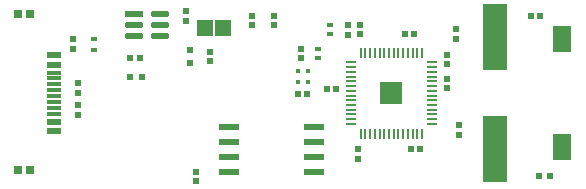
<source format=gbr>
%TF.GenerationSoftware,Altium Limited,Altium Designer,23.10.1 (27)*%
G04 Layer_Color=8421504*
%FSLAX45Y45*%
%MOMM*%
%TF.SameCoordinates,D187A3F4-093A-4DDC-863C-0592D449728B*%
%TF.FilePolarity,Positive*%
%TF.FileFunction,Paste,Top*%
%TF.Part,Single*%
G01*
G75*
%TA.AperFunction,SMDPad,CuDef*%
%ADD10R,0.47500X0.50000*%
%TA.AperFunction,ConnectorPad*%
%ADD11R,1.15000X0.30000*%
%ADD12R,1.15000X0.60000*%
%TA.AperFunction,SMDPad,CuDef*%
%ADD13R,0.60000X0.55000*%
%TA.AperFunction,ConnectorPad*%
%ADD14R,0.54000X0.58000*%
%TA.AperFunction,SMDPad,CuDef*%
%ADD15R,1.35443X1.45620*%
%TA.AperFunction,ConnectorPad*%
%ADD16R,0.47247X0.51535*%
%TA.AperFunction,SMDPad,CuDef*%
%ADD17R,0.47247X0.46818*%
%ADD18R,0.46818X0.47247*%
G04:AMPARAMS|DCode=19|XSize=1.55439mm|YSize=0.57213mm|CornerRadius=0.28606mm|HoleSize=0mm|Usage=FLASHONLY|Rotation=0.000|XOffset=0mm|YOffset=0mm|HoleType=Round|Shape=RoundedRectangle|*
%AMROUNDEDRECTD19*
21,1,1.55439,0.00000,0,0,0.0*
21,1,0.98226,0.57213,0,0,0.0*
1,1,0.57213,0.49113,0.00000*
1,1,0.57213,-0.49113,0.00000*
1,1,0.57213,-0.49113,0.00000*
1,1,0.57213,0.49113,0.00000*
%
%ADD19ROUNDEDRECTD19*%
%ADD20R,1.55439X0.57213*%
%ADD21R,0.50000X0.60000*%
%ADD22R,0.55000X0.55000*%
%ADD23R,0.66817X0.67248*%
%ADD24R,0.55000X0.55000*%
%ADD25R,0.54000X0.58000*%
G04:AMPARAMS|DCode=26|XSize=0.2mm|YSize=0.84mm|CornerRadius=0.025mm|HoleSize=0mm|Usage=FLASHONLY|Rotation=90.000|XOffset=0mm|YOffset=0mm|HoleType=Round|Shape=RoundedRectangle|*
%AMROUNDEDRECTD26*
21,1,0.20000,0.79000,0,0,90.0*
21,1,0.15000,0.84000,0,0,90.0*
1,1,0.05000,0.39500,0.07500*
1,1,0.05000,0.39500,-0.07500*
1,1,0.05000,-0.39500,-0.07500*
1,1,0.05000,-0.39500,0.07500*
%
%ADD26ROUNDEDRECTD26*%
G04:AMPARAMS|DCode=27|XSize=0.84mm|YSize=0.2mm|CornerRadius=0.025mm|HoleSize=0mm|Usage=FLASHONLY|Rotation=90.000|XOffset=0mm|YOffset=0mm|HoleType=Round|Shape=RoundedRectangle|*
%AMROUNDEDRECTD27*
21,1,0.84000,0.15000,0,0,90.0*
21,1,0.79000,0.20000,0,0,90.0*
1,1,0.05000,0.07500,0.39500*
1,1,0.05000,0.07500,-0.39500*
1,1,0.05000,-0.07500,-0.39500*
1,1,0.05000,-0.07500,0.39500*
%
%ADD27ROUNDEDRECTD27*%
%TA.AperFunction,ConnectorPad*%
G04:AMPARAMS|DCode=29|XSize=1.61mm|YSize=0.58mm|CornerRadius=0.0725mm|HoleSize=0mm|Usage=FLASHONLY|Rotation=180.000|XOffset=0mm|YOffset=0mm|HoleType=Round|Shape=RoundedRectangle|*
%AMROUNDEDRECTD29*
21,1,1.61000,0.43500,0,0,180.0*
21,1,1.46500,0.58000,0,0,180.0*
1,1,0.14500,-0.73250,0.21750*
1,1,0.14500,0.73250,0.21750*
1,1,0.14500,0.73250,-0.21750*
1,1,0.14500,-0.73250,-0.21750*
%
%ADD29ROUNDEDRECTD29*%
%TA.AperFunction,SMDPad,CuDef*%
%ADD30R,0.60000X0.45000*%
%ADD31R,0.45000X0.45000*%
%ADD32R,0.58000X0.54000*%
%TA.AperFunction,ConnectorPad*%
%ADD33R,2.10000X5.60000*%
%TA.AperFunction,SMDPad,CuDef*%
%ADD34R,0.56000X0.52000*%
%ADD35R,0.52000X0.56000*%
%ADD36R,0.50000X0.40000*%
%TA.AperFunction,ConnectorPad*%
%ADD37R,1.60000X2.20000*%
%ADD38R,1.60000X2.18000*%
%TA.AperFunction,SMDPad,CuDef*%
%ADD70R,1.96000X1.96000*%
D10*
X1231445Y927100D02*
D03*
X1333955D02*
D03*
D11*
X587600Y968750D02*
D03*
Y918750D02*
D03*
Y868750D02*
D03*
Y818750D02*
D03*
Y768750D02*
D03*
Y718750D02*
D03*
Y668750D02*
D03*
Y618750D02*
D03*
D12*
Y1033750D02*
D03*
Y553750D02*
D03*
Y1113750D02*
D03*
Y473750D02*
D03*
D13*
X787400Y880700D02*
D03*
Y795700D02*
D03*
Y690200D02*
D03*
Y605200D02*
D03*
X749300Y1164000D02*
D03*
Y1249000D02*
D03*
D14*
X1701800Y1408800D02*
D03*
Y1486800D02*
D03*
X1790700Y127900D02*
D03*
Y49900D02*
D03*
D15*
X2020689Y1346200D02*
D03*
X1865512D02*
D03*
D16*
X2260600Y1447556D02*
D03*
Y1371844D02*
D03*
X2451100Y1447556D02*
D03*
Y1371844D02*
D03*
D17*
X1905000Y1064685D02*
D03*
Y1145115D02*
D03*
D18*
X1310215Y1092200D02*
D03*
X1229785D02*
D03*
D19*
X1481629Y1466600D02*
D03*
Y1371600D02*
D03*
Y1276600D02*
D03*
X1261571D02*
D03*
Y1371600D02*
D03*
D20*
Y1466600D02*
D03*
D21*
X1740700Y1049900D02*
D03*
Y1159900D02*
D03*
D22*
X3987800Y1250400D02*
D03*
Y1340400D02*
D03*
D23*
X380415Y1460500D02*
D03*
X279985D02*
D03*
X380415Y139700D02*
D03*
X279985D02*
D03*
D24*
X4782100Y88900D02*
D03*
X4692100D02*
D03*
D25*
X3162300Y240400D02*
D03*
Y318400D02*
D03*
X3911600Y1040500D02*
D03*
Y1118500D02*
D03*
X2679700Y1091300D02*
D03*
Y1169300D02*
D03*
X3911600Y837300D02*
D03*
Y915300D02*
D03*
X3071800Y1290500D02*
D03*
Y1368500D02*
D03*
X3175000Y1294500D02*
D03*
Y1372500D02*
D03*
D26*
X3785200Y533750D02*
D03*
Y573750D02*
D03*
Y613750D02*
D03*
Y653750D02*
D03*
Y693750D02*
D03*
Y733750D02*
D03*
Y773750D02*
D03*
Y813750D02*
D03*
Y853750D02*
D03*
Y893750D02*
D03*
Y933750D02*
D03*
Y973750D02*
D03*
Y1013750D02*
D03*
Y1053750D02*
D03*
X3098200D02*
D03*
Y1013750D02*
D03*
Y973750D02*
D03*
Y933750D02*
D03*
Y893750D02*
D03*
Y853750D02*
D03*
Y813750D02*
D03*
Y773750D02*
D03*
Y733750D02*
D03*
Y693750D02*
D03*
Y653750D02*
D03*
Y613750D02*
D03*
Y573750D02*
D03*
Y533750D02*
D03*
D27*
X3181700Y450250D02*
D03*
X3221700D02*
D03*
X3261700D02*
D03*
X3301700D02*
D03*
X3341700D02*
D03*
X3381700D02*
D03*
X3421700D02*
D03*
X3461700D02*
D03*
X3501700D02*
D03*
X3541700D02*
D03*
X3581700D02*
D03*
X3621700D02*
D03*
X3661700D02*
D03*
X3701700D02*
D03*
Y1137250D02*
D03*
X3661700D02*
D03*
X3621700D02*
D03*
X3581700D02*
D03*
X3541700D02*
D03*
X3501700D02*
D03*
X3461700D02*
D03*
X3421700D02*
D03*
X3381700D02*
D03*
X3341700D02*
D03*
X3301700D02*
D03*
X3261700D02*
D03*
X3221700D02*
D03*
X3181700D02*
D03*
D29*
X2786200Y504972D02*
D03*
Y123972D02*
D03*
Y250972D02*
D03*
Y377972D02*
D03*
X2065200Y504972D02*
D03*
Y377972D02*
D03*
Y250972D02*
D03*
Y123972D02*
D03*
D30*
X927100Y1155662D02*
D03*
Y1250662D02*
D03*
D31*
X2652400Y977900D02*
D03*
X2732400D02*
D03*
X2652400Y889000D02*
D03*
X2732400D02*
D03*
D32*
X2972700Y825500D02*
D03*
X2894700D02*
D03*
X2731400Y787400D02*
D03*
X2653400D02*
D03*
X3633100Y1295400D02*
D03*
X3555100D02*
D03*
X3605900Y317500D02*
D03*
X3683900D02*
D03*
D33*
X4318000Y1268750D02*
D03*
Y318750D02*
D03*
D34*
X4621900Y1447800D02*
D03*
X4699900D02*
D03*
D35*
X4013200Y443600D02*
D03*
Y521600D02*
D03*
D36*
X2921000Y1373500D02*
D03*
Y1293500D02*
D03*
X2819400Y1170300D02*
D03*
Y1090300D02*
D03*
D37*
X4889500Y334250D02*
D03*
D38*
Y1253250D02*
D03*
D70*
X3441700Y793750D02*
D03*
%TF.MD5,f707a4eec7b26284c4736917d9d4e36a*%
M02*

</source>
